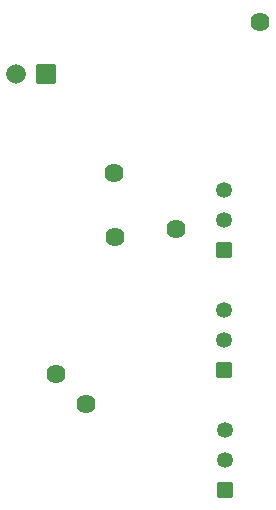
<source format=gbr>
%TF.GenerationSoftware,KiCad,Pcbnew,7.0.7*%
%TF.CreationDate,2023-10-04T23:23:26-04:00*%
%TF.ProjectId,AcousticsSingleChannel,41636f75-7374-4696-9373-53696e676c65,rev?*%
%TF.SameCoordinates,Original*%
%TF.FileFunction,Soldermask,Bot*%
%TF.FilePolarity,Negative*%
%FSLAX46Y46*%
G04 Gerber Fmt 4.6, Leading zero omitted, Abs format (unit mm)*
G04 Created by KiCad (PCBNEW 7.0.7) date 2023-10-04 23:23:26*
%MOMM*%
%LPD*%
G01*
G04 APERTURE LIST*
G04 Aperture macros list*
%AMRoundRect*
0 Rectangle with rounded corners*
0 $1 Rounding radius*
0 $2 $3 $4 $5 $6 $7 $8 $9 X,Y pos of 4 corners*
0 Add a 4 corners polygon primitive as box body*
4,1,4,$2,$3,$4,$5,$6,$7,$8,$9,$2,$3,0*
0 Add four circle primitives for the rounded corners*
1,1,$1+$1,$2,$3*
1,1,$1+$1,$4,$5*
1,1,$1+$1,$6,$7*
1,1,$1+$1,$8,$9*
0 Add four rect primitives between the rounded corners*
20,1,$1+$1,$2,$3,$4,$5,0*
20,1,$1+$1,$4,$5,$6,$7,0*
20,1,$1+$1,$6,$7,$8,$9,0*
20,1,$1+$1,$8,$9,$2,$3,0*%
G04 Aperture macros list end*
%ADD10C,1.624000*%
%ADD11RoundRect,0.050000X0.625000X-0.625000X0.625000X0.625000X-0.625000X0.625000X-0.625000X-0.625000X0*%
%ADD12C,1.350000*%
%ADD13RoundRect,0.050000X0.785000X0.785000X-0.785000X0.785000X-0.785000X-0.785000X0.785000X-0.785000X0*%
%ADD14C,1.670000*%
G04 APERTURE END LIST*
D10*
%TO.C,*%
X147104060Y-93902005D03*
%TD*%
D11*
%TO.C,J3*%
X156497060Y-100379005D03*
D12*
X156497060Y-97839005D03*
X156497060Y-95299005D03*
%TD*%
D10*
%TO.C,*%
X159495850Y-81065985D03*
%TD*%
%TO.C,*%
X147193130Y-99264135D03*
%TD*%
%TO.C,*%
X142198850Y-110921425D03*
%TD*%
%TO.C,*%
X144809960Y-113461855D03*
%TD*%
D11*
%TO.C,J1*%
X156497060Y-110539005D03*
D12*
X156497060Y-107999005D03*
X156497060Y-105459005D03*
%TD*%
D11*
%TO.C,J2*%
X156502060Y-120699005D03*
D12*
X156502060Y-118159005D03*
X156502060Y-115619005D03*
%TD*%
D13*
%TO.C,J8*%
X141424670Y-85460765D03*
D14*
X138884670Y-85460765D03*
%TD*%
D10*
%TO.C,*%
X152396430Y-98598235D03*
%TD*%
M02*

</source>
